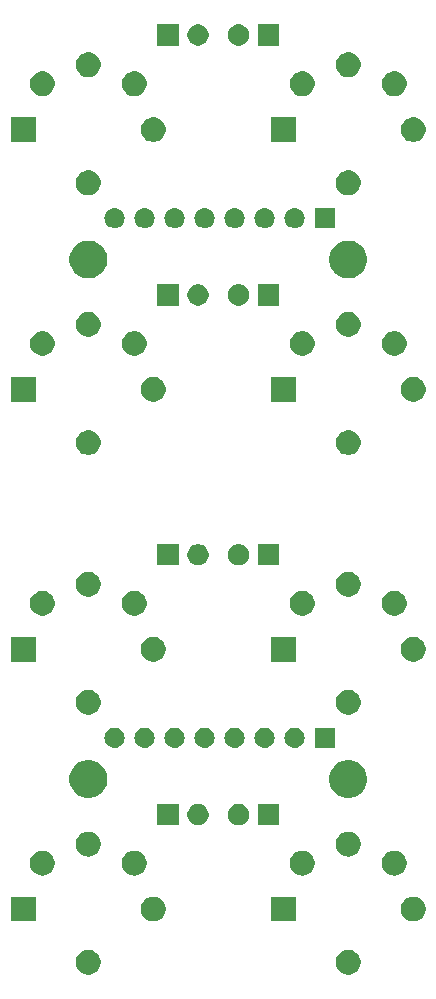
<source format=gbr>
G04 #@! TF.GenerationSoftware,KiCad,Pcbnew,5.0.2+dfsg1-1*
G04 #@! TF.CreationDate,2020-04-26T20:48:58+02:00*
G04 #@! TF.ProjectId,midirouter,6d696469-726f-4757-9465-722e6b696361,rev?*
G04 #@! TF.SameCoordinates,Original*
G04 #@! TF.FileFunction,Soldermask,Top*
G04 #@! TF.FilePolarity,Negative*
%FSLAX46Y46*%
G04 Gerber Fmt 4.6, Leading zero omitted, Abs format (unit mm)*
G04 Created by KiCad (PCBNEW 5.0.2+dfsg1-1) date Sun 26 Apr 2020 08:48:58 PM CEST*
%MOMM*%
%LPD*%
G01*
G04 APERTURE LIST*
%ADD10C,0.100000*%
G04 APERTURE END LIST*
D10*
G36*
X84125888Y-146454470D02*
X84306274Y-146490350D01*
X84497362Y-146569502D01*
X84669336Y-146684411D01*
X84815589Y-146830664D01*
X84930498Y-147002638D01*
X85009650Y-147193726D01*
X85050000Y-147396584D01*
X85050000Y-147603416D01*
X85009650Y-147806274D01*
X84930498Y-147997362D01*
X84815589Y-148169336D01*
X84669336Y-148315589D01*
X84497362Y-148430498D01*
X84306274Y-148509650D01*
X84125888Y-148545530D01*
X84103417Y-148550000D01*
X83896583Y-148550000D01*
X83874112Y-148545530D01*
X83693726Y-148509650D01*
X83502638Y-148430498D01*
X83330664Y-148315589D01*
X83184411Y-148169336D01*
X83069502Y-147997362D01*
X82990350Y-147806274D01*
X82950000Y-147603416D01*
X82950000Y-147396584D01*
X82990350Y-147193726D01*
X83069502Y-147002638D01*
X83184411Y-146830664D01*
X83330664Y-146684411D01*
X83502638Y-146569502D01*
X83693726Y-146490350D01*
X83874112Y-146454470D01*
X83896583Y-146450000D01*
X84103417Y-146450000D01*
X84125888Y-146454470D01*
X84125888Y-146454470D01*
G37*
G36*
X106125888Y-146454470D02*
X106306274Y-146490350D01*
X106497362Y-146569502D01*
X106669336Y-146684411D01*
X106815589Y-146830664D01*
X106930498Y-147002638D01*
X107009650Y-147193726D01*
X107050000Y-147396584D01*
X107050000Y-147603416D01*
X107009650Y-147806274D01*
X106930498Y-147997362D01*
X106815589Y-148169336D01*
X106669336Y-148315589D01*
X106497362Y-148430498D01*
X106306274Y-148509650D01*
X106125888Y-148545530D01*
X106103417Y-148550000D01*
X105896583Y-148550000D01*
X105874112Y-148545530D01*
X105693726Y-148509650D01*
X105502638Y-148430498D01*
X105330664Y-148315589D01*
X105184411Y-148169336D01*
X105069502Y-147997362D01*
X104990350Y-147806274D01*
X104950000Y-147603416D01*
X104950000Y-147396584D01*
X104990350Y-147193726D01*
X105069502Y-147002638D01*
X105184411Y-146830664D01*
X105330664Y-146684411D01*
X105502638Y-146569502D01*
X105693726Y-146490350D01*
X105874112Y-146454470D01*
X105896583Y-146450000D01*
X106103417Y-146450000D01*
X106125888Y-146454470D01*
X106125888Y-146454470D01*
G37*
G36*
X101550000Y-144050000D02*
X99450000Y-144050000D01*
X99450000Y-141950000D01*
X101550000Y-141950000D01*
X101550000Y-144050000D01*
X101550000Y-144050000D01*
G37*
G36*
X89625888Y-141954470D02*
X89806274Y-141990350D01*
X89997362Y-142069502D01*
X90169336Y-142184411D01*
X90315589Y-142330664D01*
X90430498Y-142502638D01*
X90509650Y-142693726D01*
X90550000Y-142896584D01*
X90550000Y-143103416D01*
X90509650Y-143306274D01*
X90430498Y-143497362D01*
X90315589Y-143669336D01*
X90169336Y-143815589D01*
X89997362Y-143930498D01*
X89806274Y-144009650D01*
X89625888Y-144045530D01*
X89603417Y-144050000D01*
X89396583Y-144050000D01*
X89374112Y-144045530D01*
X89193726Y-144009650D01*
X89002638Y-143930498D01*
X88830664Y-143815589D01*
X88684411Y-143669336D01*
X88569502Y-143497362D01*
X88490350Y-143306274D01*
X88450000Y-143103416D01*
X88450000Y-142896584D01*
X88490350Y-142693726D01*
X88569502Y-142502638D01*
X88684411Y-142330664D01*
X88830664Y-142184411D01*
X89002638Y-142069502D01*
X89193726Y-141990350D01*
X89374112Y-141954470D01*
X89396583Y-141950000D01*
X89603417Y-141950000D01*
X89625888Y-141954470D01*
X89625888Y-141954470D01*
G37*
G36*
X79550000Y-144050000D02*
X77450000Y-144050000D01*
X77450000Y-141950000D01*
X79550000Y-141950000D01*
X79550000Y-144050000D01*
X79550000Y-144050000D01*
G37*
G36*
X111625888Y-141954470D02*
X111806274Y-141990350D01*
X111997362Y-142069502D01*
X112169336Y-142184411D01*
X112315589Y-142330664D01*
X112430498Y-142502638D01*
X112509650Y-142693726D01*
X112550000Y-142896584D01*
X112550000Y-143103416D01*
X112509650Y-143306274D01*
X112430498Y-143497362D01*
X112315589Y-143669336D01*
X112169336Y-143815589D01*
X111997362Y-143930498D01*
X111806274Y-144009650D01*
X111625888Y-144045530D01*
X111603417Y-144050000D01*
X111396583Y-144050000D01*
X111374112Y-144045530D01*
X111193726Y-144009650D01*
X111002638Y-143930498D01*
X110830664Y-143815589D01*
X110684411Y-143669336D01*
X110569502Y-143497362D01*
X110490350Y-143306274D01*
X110450000Y-143103416D01*
X110450000Y-142896584D01*
X110490350Y-142693726D01*
X110569502Y-142502638D01*
X110684411Y-142330664D01*
X110830664Y-142184411D01*
X111002638Y-142069502D01*
X111193726Y-141990350D01*
X111374112Y-141954470D01*
X111396583Y-141950000D01*
X111603417Y-141950000D01*
X111625888Y-141954470D01*
X111625888Y-141954470D01*
G37*
G36*
X102235888Y-138064470D02*
X102416274Y-138100350D01*
X102607362Y-138179502D01*
X102779336Y-138294411D01*
X102925589Y-138440664D01*
X103040498Y-138612638D01*
X103119650Y-138803726D01*
X103160000Y-139006584D01*
X103160000Y-139213416D01*
X103119650Y-139416274D01*
X103040498Y-139607362D01*
X102925589Y-139779336D01*
X102779336Y-139925589D01*
X102607362Y-140040498D01*
X102416274Y-140119650D01*
X102235888Y-140155530D01*
X102213417Y-140160000D01*
X102006583Y-140160000D01*
X101984112Y-140155530D01*
X101803726Y-140119650D01*
X101612638Y-140040498D01*
X101440664Y-139925589D01*
X101294411Y-139779336D01*
X101179502Y-139607362D01*
X101100350Y-139416274D01*
X101060000Y-139213416D01*
X101060000Y-139006584D01*
X101100350Y-138803726D01*
X101179502Y-138612638D01*
X101294411Y-138440664D01*
X101440664Y-138294411D01*
X101612638Y-138179502D01*
X101803726Y-138100350D01*
X101984112Y-138064470D01*
X102006583Y-138060000D01*
X102213417Y-138060000D01*
X102235888Y-138064470D01*
X102235888Y-138064470D01*
G37*
G36*
X110015888Y-138064470D02*
X110196274Y-138100350D01*
X110387362Y-138179502D01*
X110559336Y-138294411D01*
X110705589Y-138440664D01*
X110820498Y-138612638D01*
X110899650Y-138803726D01*
X110940000Y-139006584D01*
X110940000Y-139213416D01*
X110899650Y-139416274D01*
X110820498Y-139607362D01*
X110705589Y-139779336D01*
X110559336Y-139925589D01*
X110387362Y-140040498D01*
X110196274Y-140119650D01*
X110015888Y-140155530D01*
X109993417Y-140160000D01*
X109786583Y-140160000D01*
X109764112Y-140155530D01*
X109583726Y-140119650D01*
X109392638Y-140040498D01*
X109220664Y-139925589D01*
X109074411Y-139779336D01*
X108959502Y-139607362D01*
X108880350Y-139416274D01*
X108840000Y-139213416D01*
X108840000Y-139006584D01*
X108880350Y-138803726D01*
X108959502Y-138612638D01*
X109074411Y-138440664D01*
X109220664Y-138294411D01*
X109392638Y-138179502D01*
X109583726Y-138100350D01*
X109764112Y-138064470D01*
X109786583Y-138060000D01*
X109993417Y-138060000D01*
X110015888Y-138064470D01*
X110015888Y-138064470D01*
G37*
G36*
X80235888Y-138064470D02*
X80416274Y-138100350D01*
X80607362Y-138179502D01*
X80779336Y-138294411D01*
X80925589Y-138440664D01*
X81040498Y-138612638D01*
X81119650Y-138803726D01*
X81160000Y-139006584D01*
X81160000Y-139213416D01*
X81119650Y-139416274D01*
X81040498Y-139607362D01*
X80925589Y-139779336D01*
X80779336Y-139925589D01*
X80607362Y-140040498D01*
X80416274Y-140119650D01*
X80235888Y-140155530D01*
X80213417Y-140160000D01*
X80006583Y-140160000D01*
X79984112Y-140155530D01*
X79803726Y-140119650D01*
X79612638Y-140040498D01*
X79440664Y-139925589D01*
X79294411Y-139779336D01*
X79179502Y-139607362D01*
X79100350Y-139416274D01*
X79060000Y-139213416D01*
X79060000Y-139006584D01*
X79100350Y-138803726D01*
X79179502Y-138612638D01*
X79294411Y-138440664D01*
X79440664Y-138294411D01*
X79612638Y-138179502D01*
X79803726Y-138100350D01*
X79984112Y-138064470D01*
X80006583Y-138060000D01*
X80213417Y-138060000D01*
X80235888Y-138064470D01*
X80235888Y-138064470D01*
G37*
G36*
X88015888Y-138064470D02*
X88196274Y-138100350D01*
X88387362Y-138179502D01*
X88559336Y-138294411D01*
X88705589Y-138440664D01*
X88820498Y-138612638D01*
X88899650Y-138803726D01*
X88940000Y-139006584D01*
X88940000Y-139213416D01*
X88899650Y-139416274D01*
X88820498Y-139607362D01*
X88705589Y-139779336D01*
X88559336Y-139925589D01*
X88387362Y-140040498D01*
X88196274Y-140119650D01*
X88015888Y-140155530D01*
X87993417Y-140160000D01*
X87786583Y-140160000D01*
X87764112Y-140155530D01*
X87583726Y-140119650D01*
X87392638Y-140040498D01*
X87220664Y-139925589D01*
X87074411Y-139779336D01*
X86959502Y-139607362D01*
X86880350Y-139416274D01*
X86840000Y-139213416D01*
X86840000Y-139006584D01*
X86880350Y-138803726D01*
X86959502Y-138612638D01*
X87074411Y-138440664D01*
X87220664Y-138294411D01*
X87392638Y-138179502D01*
X87583726Y-138100350D01*
X87764112Y-138064470D01*
X87786583Y-138060000D01*
X87993417Y-138060000D01*
X88015888Y-138064470D01*
X88015888Y-138064470D01*
G37*
G36*
X106125888Y-136454470D02*
X106306274Y-136490350D01*
X106497362Y-136569502D01*
X106669336Y-136684411D01*
X106815589Y-136830664D01*
X106930498Y-137002638D01*
X107009650Y-137193726D01*
X107050000Y-137396584D01*
X107050000Y-137603416D01*
X107009650Y-137806274D01*
X106930498Y-137997362D01*
X106815589Y-138169336D01*
X106669336Y-138315589D01*
X106497362Y-138430498D01*
X106306274Y-138509650D01*
X106125888Y-138545530D01*
X106103417Y-138550000D01*
X105896583Y-138550000D01*
X105874112Y-138545530D01*
X105693726Y-138509650D01*
X105502638Y-138430498D01*
X105330664Y-138315589D01*
X105184411Y-138169336D01*
X105069502Y-137997362D01*
X104990350Y-137806274D01*
X104950000Y-137603416D01*
X104950000Y-137396584D01*
X104990350Y-137193726D01*
X105069502Y-137002638D01*
X105184411Y-136830664D01*
X105330664Y-136684411D01*
X105502638Y-136569502D01*
X105693726Y-136490350D01*
X105874112Y-136454470D01*
X105896583Y-136450000D01*
X106103417Y-136450000D01*
X106125888Y-136454470D01*
X106125888Y-136454470D01*
G37*
G36*
X84125888Y-136454470D02*
X84306274Y-136490350D01*
X84497362Y-136569502D01*
X84669336Y-136684411D01*
X84815589Y-136830664D01*
X84930498Y-137002638D01*
X85009650Y-137193726D01*
X85050000Y-137396584D01*
X85050000Y-137603416D01*
X85009650Y-137806274D01*
X84930498Y-137997362D01*
X84815589Y-138169336D01*
X84669336Y-138315589D01*
X84497362Y-138430498D01*
X84306274Y-138509650D01*
X84125888Y-138545530D01*
X84103417Y-138550000D01*
X83896583Y-138550000D01*
X83874112Y-138545530D01*
X83693726Y-138509650D01*
X83502638Y-138430498D01*
X83330664Y-138315589D01*
X83184411Y-138169336D01*
X83069502Y-137997362D01*
X82990350Y-137806274D01*
X82950000Y-137603416D01*
X82950000Y-137396584D01*
X82990350Y-137193726D01*
X83069502Y-137002638D01*
X83184411Y-136830664D01*
X83330664Y-136684411D01*
X83502638Y-136569502D01*
X83693726Y-136490350D01*
X83874112Y-136454470D01*
X83896583Y-136450000D01*
X84103417Y-136450000D01*
X84125888Y-136454470D01*
X84125888Y-136454470D01*
G37*
G36*
X91650000Y-135900000D02*
X89850000Y-135900000D01*
X89850000Y-134100000D01*
X91650000Y-134100000D01*
X91650000Y-135900000D01*
X91650000Y-135900000D01*
G37*
G36*
X100150000Y-135900000D02*
X98350000Y-135900000D01*
X98350000Y-134100000D01*
X100150000Y-134100000D01*
X100150000Y-135900000D01*
X100150000Y-135900000D01*
G37*
G36*
X96972521Y-134134586D02*
X97136309Y-134202429D01*
X97283720Y-134300926D01*
X97409074Y-134426280D01*
X97507571Y-134573691D01*
X97575414Y-134737479D01*
X97610000Y-134911356D01*
X97610000Y-135088644D01*
X97575414Y-135262521D01*
X97507571Y-135426309D01*
X97409074Y-135573720D01*
X97283720Y-135699074D01*
X97136309Y-135797571D01*
X96972521Y-135865414D01*
X96798644Y-135900000D01*
X96621356Y-135900000D01*
X96447479Y-135865414D01*
X96283691Y-135797571D01*
X96136280Y-135699074D01*
X96010926Y-135573720D01*
X95912429Y-135426309D01*
X95844586Y-135262521D01*
X95810000Y-135088644D01*
X95810000Y-134911356D01*
X95844586Y-134737479D01*
X95912429Y-134573691D01*
X96010926Y-134426280D01*
X96136280Y-134300926D01*
X96283691Y-134202429D01*
X96447479Y-134134586D01*
X96621356Y-134100000D01*
X96798644Y-134100000D01*
X96972521Y-134134586D01*
X96972521Y-134134586D01*
G37*
G36*
X93552521Y-134134586D02*
X93716309Y-134202429D01*
X93863720Y-134300926D01*
X93989074Y-134426280D01*
X94087571Y-134573691D01*
X94155414Y-134737479D01*
X94190000Y-134911356D01*
X94190000Y-135088644D01*
X94155414Y-135262521D01*
X94087571Y-135426309D01*
X93989074Y-135573720D01*
X93863720Y-135699074D01*
X93716309Y-135797571D01*
X93552521Y-135865414D01*
X93378644Y-135900000D01*
X93201356Y-135900000D01*
X93027479Y-135865414D01*
X92863691Y-135797571D01*
X92716280Y-135699074D01*
X92590926Y-135573720D01*
X92492429Y-135426309D01*
X92424586Y-135262521D01*
X92390000Y-135088644D01*
X92390000Y-134911356D01*
X92424586Y-134737479D01*
X92492429Y-134573691D01*
X92590926Y-134426280D01*
X92716280Y-134300926D01*
X92863691Y-134202429D01*
X93027479Y-134134586D01*
X93201356Y-134100000D01*
X93378644Y-134100000D01*
X93552521Y-134134586D01*
X93552521Y-134134586D01*
G37*
G36*
X84466703Y-130461486D02*
X84757883Y-130582097D01*
X85019944Y-130757201D01*
X85242799Y-130980056D01*
X85417903Y-131242117D01*
X85538514Y-131533297D01*
X85600000Y-131842412D01*
X85600000Y-132157588D01*
X85538514Y-132466703D01*
X85417903Y-132757883D01*
X85242799Y-133019944D01*
X85019944Y-133242799D01*
X84757883Y-133417903D01*
X84466703Y-133538514D01*
X84157588Y-133600000D01*
X83842412Y-133600000D01*
X83533297Y-133538514D01*
X83242117Y-133417903D01*
X82980056Y-133242799D01*
X82757201Y-133019944D01*
X82582097Y-132757883D01*
X82461486Y-132466703D01*
X82400000Y-132157588D01*
X82400000Y-131842412D01*
X82461486Y-131533297D01*
X82582097Y-131242117D01*
X82757201Y-130980056D01*
X82980056Y-130757201D01*
X83242117Y-130582097D01*
X83533297Y-130461486D01*
X83842412Y-130400000D01*
X84157588Y-130400000D01*
X84466703Y-130461486D01*
X84466703Y-130461486D01*
G37*
G36*
X106466703Y-130461486D02*
X106757883Y-130582097D01*
X107019944Y-130757201D01*
X107242799Y-130980056D01*
X107417903Y-131242117D01*
X107538514Y-131533297D01*
X107600000Y-131842412D01*
X107600000Y-132157588D01*
X107538514Y-132466703D01*
X107417903Y-132757883D01*
X107242799Y-133019944D01*
X107019944Y-133242799D01*
X106757883Y-133417903D01*
X106466703Y-133538514D01*
X106157588Y-133600000D01*
X105842412Y-133600000D01*
X105533297Y-133538514D01*
X105242117Y-133417903D01*
X104980056Y-133242799D01*
X104757201Y-133019944D01*
X104582097Y-132757883D01*
X104461486Y-132466703D01*
X104400000Y-132157588D01*
X104400000Y-131842412D01*
X104461486Y-131533297D01*
X104582097Y-131242117D01*
X104757201Y-130980056D01*
X104980056Y-130757201D01*
X105242117Y-130582097D01*
X105533297Y-130461486D01*
X105842412Y-130400000D01*
X106157588Y-130400000D01*
X106466703Y-130461486D01*
X106466703Y-130461486D01*
G37*
G36*
X104850000Y-129350000D02*
X103150000Y-129350000D01*
X103150000Y-127650000D01*
X104850000Y-127650000D01*
X104850000Y-129350000D01*
X104850000Y-129350000D01*
G37*
G36*
X101626630Y-127662299D02*
X101786855Y-127710903D01*
X101934520Y-127789831D01*
X102063949Y-127896051D01*
X102170169Y-128025480D01*
X102249097Y-128173145D01*
X102297701Y-128333370D01*
X102314112Y-128500000D01*
X102297701Y-128666630D01*
X102249097Y-128826855D01*
X102170169Y-128974520D01*
X102063949Y-129103949D01*
X101934520Y-129210169D01*
X101786855Y-129289097D01*
X101626630Y-129337701D01*
X101501752Y-129350000D01*
X101418248Y-129350000D01*
X101293370Y-129337701D01*
X101133145Y-129289097D01*
X100985480Y-129210169D01*
X100856051Y-129103949D01*
X100749831Y-128974520D01*
X100670903Y-128826855D01*
X100622299Y-128666630D01*
X100605888Y-128500000D01*
X100622299Y-128333370D01*
X100670903Y-128173145D01*
X100749831Y-128025480D01*
X100856051Y-127896051D01*
X100985480Y-127789831D01*
X101133145Y-127710903D01*
X101293370Y-127662299D01*
X101418248Y-127650000D01*
X101501752Y-127650000D01*
X101626630Y-127662299D01*
X101626630Y-127662299D01*
G37*
G36*
X99086630Y-127662299D02*
X99246855Y-127710903D01*
X99394520Y-127789831D01*
X99523949Y-127896051D01*
X99630169Y-128025480D01*
X99709097Y-128173145D01*
X99757701Y-128333370D01*
X99774112Y-128500000D01*
X99757701Y-128666630D01*
X99709097Y-128826855D01*
X99630169Y-128974520D01*
X99523949Y-129103949D01*
X99394520Y-129210169D01*
X99246855Y-129289097D01*
X99086630Y-129337701D01*
X98961752Y-129350000D01*
X98878248Y-129350000D01*
X98753370Y-129337701D01*
X98593145Y-129289097D01*
X98445480Y-129210169D01*
X98316051Y-129103949D01*
X98209831Y-128974520D01*
X98130903Y-128826855D01*
X98082299Y-128666630D01*
X98065888Y-128500000D01*
X98082299Y-128333370D01*
X98130903Y-128173145D01*
X98209831Y-128025480D01*
X98316051Y-127896051D01*
X98445480Y-127789831D01*
X98593145Y-127710903D01*
X98753370Y-127662299D01*
X98878248Y-127650000D01*
X98961752Y-127650000D01*
X99086630Y-127662299D01*
X99086630Y-127662299D01*
G37*
G36*
X96546630Y-127662299D02*
X96706855Y-127710903D01*
X96854520Y-127789831D01*
X96983949Y-127896051D01*
X97090169Y-128025480D01*
X97169097Y-128173145D01*
X97217701Y-128333370D01*
X97234112Y-128500000D01*
X97217701Y-128666630D01*
X97169097Y-128826855D01*
X97090169Y-128974520D01*
X96983949Y-129103949D01*
X96854520Y-129210169D01*
X96706855Y-129289097D01*
X96546630Y-129337701D01*
X96421752Y-129350000D01*
X96338248Y-129350000D01*
X96213370Y-129337701D01*
X96053145Y-129289097D01*
X95905480Y-129210169D01*
X95776051Y-129103949D01*
X95669831Y-128974520D01*
X95590903Y-128826855D01*
X95542299Y-128666630D01*
X95525888Y-128500000D01*
X95542299Y-128333370D01*
X95590903Y-128173145D01*
X95669831Y-128025480D01*
X95776051Y-127896051D01*
X95905480Y-127789831D01*
X96053145Y-127710903D01*
X96213370Y-127662299D01*
X96338248Y-127650000D01*
X96421752Y-127650000D01*
X96546630Y-127662299D01*
X96546630Y-127662299D01*
G37*
G36*
X91466630Y-127662299D02*
X91626855Y-127710903D01*
X91774520Y-127789831D01*
X91903949Y-127896051D01*
X92010169Y-128025480D01*
X92089097Y-128173145D01*
X92137701Y-128333370D01*
X92154112Y-128500000D01*
X92137701Y-128666630D01*
X92089097Y-128826855D01*
X92010169Y-128974520D01*
X91903949Y-129103949D01*
X91774520Y-129210169D01*
X91626855Y-129289097D01*
X91466630Y-129337701D01*
X91341752Y-129350000D01*
X91258248Y-129350000D01*
X91133370Y-129337701D01*
X90973145Y-129289097D01*
X90825480Y-129210169D01*
X90696051Y-129103949D01*
X90589831Y-128974520D01*
X90510903Y-128826855D01*
X90462299Y-128666630D01*
X90445888Y-128500000D01*
X90462299Y-128333370D01*
X90510903Y-128173145D01*
X90589831Y-128025480D01*
X90696051Y-127896051D01*
X90825480Y-127789831D01*
X90973145Y-127710903D01*
X91133370Y-127662299D01*
X91258248Y-127650000D01*
X91341752Y-127650000D01*
X91466630Y-127662299D01*
X91466630Y-127662299D01*
G37*
G36*
X88926630Y-127662299D02*
X89086855Y-127710903D01*
X89234520Y-127789831D01*
X89363949Y-127896051D01*
X89470169Y-128025480D01*
X89549097Y-128173145D01*
X89597701Y-128333370D01*
X89614112Y-128500000D01*
X89597701Y-128666630D01*
X89549097Y-128826855D01*
X89470169Y-128974520D01*
X89363949Y-129103949D01*
X89234520Y-129210169D01*
X89086855Y-129289097D01*
X88926630Y-129337701D01*
X88801752Y-129350000D01*
X88718248Y-129350000D01*
X88593370Y-129337701D01*
X88433145Y-129289097D01*
X88285480Y-129210169D01*
X88156051Y-129103949D01*
X88049831Y-128974520D01*
X87970903Y-128826855D01*
X87922299Y-128666630D01*
X87905888Y-128500000D01*
X87922299Y-128333370D01*
X87970903Y-128173145D01*
X88049831Y-128025480D01*
X88156051Y-127896051D01*
X88285480Y-127789831D01*
X88433145Y-127710903D01*
X88593370Y-127662299D01*
X88718248Y-127650000D01*
X88801752Y-127650000D01*
X88926630Y-127662299D01*
X88926630Y-127662299D01*
G37*
G36*
X86386630Y-127662299D02*
X86546855Y-127710903D01*
X86694520Y-127789831D01*
X86823949Y-127896051D01*
X86930169Y-128025480D01*
X87009097Y-128173145D01*
X87057701Y-128333370D01*
X87074112Y-128500000D01*
X87057701Y-128666630D01*
X87009097Y-128826855D01*
X86930169Y-128974520D01*
X86823949Y-129103949D01*
X86694520Y-129210169D01*
X86546855Y-129289097D01*
X86386630Y-129337701D01*
X86261752Y-129350000D01*
X86178248Y-129350000D01*
X86053370Y-129337701D01*
X85893145Y-129289097D01*
X85745480Y-129210169D01*
X85616051Y-129103949D01*
X85509831Y-128974520D01*
X85430903Y-128826855D01*
X85382299Y-128666630D01*
X85365888Y-128500000D01*
X85382299Y-128333370D01*
X85430903Y-128173145D01*
X85509831Y-128025480D01*
X85616051Y-127896051D01*
X85745480Y-127789831D01*
X85893145Y-127710903D01*
X86053370Y-127662299D01*
X86178248Y-127650000D01*
X86261752Y-127650000D01*
X86386630Y-127662299D01*
X86386630Y-127662299D01*
G37*
G36*
X94006630Y-127662299D02*
X94166855Y-127710903D01*
X94314520Y-127789831D01*
X94443949Y-127896051D01*
X94550169Y-128025480D01*
X94629097Y-128173145D01*
X94677701Y-128333370D01*
X94694112Y-128500000D01*
X94677701Y-128666630D01*
X94629097Y-128826855D01*
X94550169Y-128974520D01*
X94443949Y-129103949D01*
X94314520Y-129210169D01*
X94166855Y-129289097D01*
X94006630Y-129337701D01*
X93881752Y-129350000D01*
X93798248Y-129350000D01*
X93673370Y-129337701D01*
X93513145Y-129289097D01*
X93365480Y-129210169D01*
X93236051Y-129103949D01*
X93129831Y-128974520D01*
X93050903Y-128826855D01*
X93002299Y-128666630D01*
X92985888Y-128500000D01*
X93002299Y-128333370D01*
X93050903Y-128173145D01*
X93129831Y-128025480D01*
X93236051Y-127896051D01*
X93365480Y-127789831D01*
X93513145Y-127710903D01*
X93673370Y-127662299D01*
X93798248Y-127650000D01*
X93881752Y-127650000D01*
X94006630Y-127662299D01*
X94006630Y-127662299D01*
G37*
G36*
X84125888Y-124454470D02*
X84306274Y-124490350D01*
X84497362Y-124569502D01*
X84669336Y-124684411D01*
X84815589Y-124830664D01*
X84930498Y-125002638D01*
X85009650Y-125193726D01*
X85050000Y-125396584D01*
X85050000Y-125603416D01*
X85009650Y-125806274D01*
X84930498Y-125997362D01*
X84815589Y-126169336D01*
X84669336Y-126315589D01*
X84497362Y-126430498D01*
X84306274Y-126509650D01*
X84125888Y-126545530D01*
X84103417Y-126550000D01*
X83896583Y-126550000D01*
X83874112Y-126545530D01*
X83693726Y-126509650D01*
X83502638Y-126430498D01*
X83330664Y-126315589D01*
X83184411Y-126169336D01*
X83069502Y-125997362D01*
X82990350Y-125806274D01*
X82950000Y-125603416D01*
X82950000Y-125396584D01*
X82990350Y-125193726D01*
X83069502Y-125002638D01*
X83184411Y-124830664D01*
X83330664Y-124684411D01*
X83502638Y-124569502D01*
X83693726Y-124490350D01*
X83874112Y-124454470D01*
X83896583Y-124450000D01*
X84103417Y-124450000D01*
X84125888Y-124454470D01*
X84125888Y-124454470D01*
G37*
G36*
X106125888Y-124454470D02*
X106306274Y-124490350D01*
X106497362Y-124569502D01*
X106669336Y-124684411D01*
X106815589Y-124830664D01*
X106930498Y-125002638D01*
X107009650Y-125193726D01*
X107050000Y-125396584D01*
X107050000Y-125603416D01*
X107009650Y-125806274D01*
X106930498Y-125997362D01*
X106815589Y-126169336D01*
X106669336Y-126315589D01*
X106497362Y-126430498D01*
X106306274Y-126509650D01*
X106125888Y-126545530D01*
X106103417Y-126550000D01*
X105896583Y-126550000D01*
X105874112Y-126545530D01*
X105693726Y-126509650D01*
X105502638Y-126430498D01*
X105330664Y-126315589D01*
X105184411Y-126169336D01*
X105069502Y-125997362D01*
X104990350Y-125806274D01*
X104950000Y-125603416D01*
X104950000Y-125396584D01*
X104990350Y-125193726D01*
X105069502Y-125002638D01*
X105184411Y-124830664D01*
X105330664Y-124684411D01*
X105502638Y-124569502D01*
X105693726Y-124490350D01*
X105874112Y-124454470D01*
X105896583Y-124450000D01*
X106103417Y-124450000D01*
X106125888Y-124454470D01*
X106125888Y-124454470D01*
G37*
G36*
X89625888Y-119954470D02*
X89806274Y-119990350D01*
X89997362Y-120069502D01*
X90169336Y-120184411D01*
X90315589Y-120330664D01*
X90430498Y-120502638D01*
X90509650Y-120693726D01*
X90550000Y-120896584D01*
X90550000Y-121103416D01*
X90509650Y-121306274D01*
X90430498Y-121497362D01*
X90315589Y-121669336D01*
X90169336Y-121815589D01*
X89997362Y-121930498D01*
X89806274Y-122009650D01*
X89625888Y-122045530D01*
X89603417Y-122050000D01*
X89396583Y-122050000D01*
X89374112Y-122045530D01*
X89193726Y-122009650D01*
X89002638Y-121930498D01*
X88830664Y-121815589D01*
X88684411Y-121669336D01*
X88569502Y-121497362D01*
X88490350Y-121306274D01*
X88450000Y-121103416D01*
X88450000Y-120896584D01*
X88490350Y-120693726D01*
X88569502Y-120502638D01*
X88684411Y-120330664D01*
X88830664Y-120184411D01*
X89002638Y-120069502D01*
X89193726Y-119990350D01*
X89374112Y-119954470D01*
X89396583Y-119950000D01*
X89603417Y-119950000D01*
X89625888Y-119954470D01*
X89625888Y-119954470D01*
G37*
G36*
X79550000Y-122050000D02*
X77450000Y-122050000D01*
X77450000Y-119950000D01*
X79550000Y-119950000D01*
X79550000Y-122050000D01*
X79550000Y-122050000D01*
G37*
G36*
X111625888Y-119954470D02*
X111806274Y-119990350D01*
X111997362Y-120069502D01*
X112169336Y-120184411D01*
X112315589Y-120330664D01*
X112430498Y-120502638D01*
X112509650Y-120693726D01*
X112550000Y-120896584D01*
X112550000Y-121103416D01*
X112509650Y-121306274D01*
X112430498Y-121497362D01*
X112315589Y-121669336D01*
X112169336Y-121815589D01*
X111997362Y-121930498D01*
X111806274Y-122009650D01*
X111625888Y-122045530D01*
X111603417Y-122050000D01*
X111396583Y-122050000D01*
X111374112Y-122045530D01*
X111193726Y-122009650D01*
X111002638Y-121930498D01*
X110830664Y-121815589D01*
X110684411Y-121669336D01*
X110569502Y-121497362D01*
X110490350Y-121306274D01*
X110450000Y-121103416D01*
X110450000Y-120896584D01*
X110490350Y-120693726D01*
X110569502Y-120502638D01*
X110684411Y-120330664D01*
X110830664Y-120184411D01*
X111002638Y-120069502D01*
X111193726Y-119990350D01*
X111374112Y-119954470D01*
X111396583Y-119950000D01*
X111603417Y-119950000D01*
X111625888Y-119954470D01*
X111625888Y-119954470D01*
G37*
G36*
X101550000Y-122050000D02*
X99450000Y-122050000D01*
X99450000Y-119950000D01*
X101550000Y-119950000D01*
X101550000Y-122050000D01*
X101550000Y-122050000D01*
G37*
G36*
X110015888Y-116064470D02*
X110196274Y-116100350D01*
X110387362Y-116179502D01*
X110559336Y-116294411D01*
X110705589Y-116440664D01*
X110820498Y-116612638D01*
X110899650Y-116803726D01*
X110940000Y-117006584D01*
X110940000Y-117213416D01*
X110899650Y-117416274D01*
X110820498Y-117607362D01*
X110705589Y-117779336D01*
X110559336Y-117925589D01*
X110387362Y-118040498D01*
X110196274Y-118119650D01*
X110015888Y-118155530D01*
X109993417Y-118160000D01*
X109786583Y-118160000D01*
X109764112Y-118155530D01*
X109583726Y-118119650D01*
X109392638Y-118040498D01*
X109220664Y-117925589D01*
X109074411Y-117779336D01*
X108959502Y-117607362D01*
X108880350Y-117416274D01*
X108840000Y-117213416D01*
X108840000Y-117006584D01*
X108880350Y-116803726D01*
X108959502Y-116612638D01*
X109074411Y-116440664D01*
X109220664Y-116294411D01*
X109392638Y-116179502D01*
X109583726Y-116100350D01*
X109764112Y-116064470D01*
X109786583Y-116060000D01*
X109993417Y-116060000D01*
X110015888Y-116064470D01*
X110015888Y-116064470D01*
G37*
G36*
X80235888Y-116064470D02*
X80416274Y-116100350D01*
X80607362Y-116179502D01*
X80779336Y-116294411D01*
X80925589Y-116440664D01*
X81040498Y-116612638D01*
X81119650Y-116803726D01*
X81160000Y-117006584D01*
X81160000Y-117213416D01*
X81119650Y-117416274D01*
X81040498Y-117607362D01*
X80925589Y-117779336D01*
X80779336Y-117925589D01*
X80607362Y-118040498D01*
X80416274Y-118119650D01*
X80235888Y-118155530D01*
X80213417Y-118160000D01*
X80006583Y-118160000D01*
X79984112Y-118155530D01*
X79803726Y-118119650D01*
X79612638Y-118040498D01*
X79440664Y-117925589D01*
X79294411Y-117779336D01*
X79179502Y-117607362D01*
X79100350Y-117416274D01*
X79060000Y-117213416D01*
X79060000Y-117006584D01*
X79100350Y-116803726D01*
X79179502Y-116612638D01*
X79294411Y-116440664D01*
X79440664Y-116294411D01*
X79612638Y-116179502D01*
X79803726Y-116100350D01*
X79984112Y-116064470D01*
X80006583Y-116060000D01*
X80213417Y-116060000D01*
X80235888Y-116064470D01*
X80235888Y-116064470D01*
G37*
G36*
X88015888Y-116064470D02*
X88196274Y-116100350D01*
X88387362Y-116179502D01*
X88559336Y-116294411D01*
X88705589Y-116440664D01*
X88820498Y-116612638D01*
X88899650Y-116803726D01*
X88940000Y-117006584D01*
X88940000Y-117213416D01*
X88899650Y-117416274D01*
X88820498Y-117607362D01*
X88705589Y-117779336D01*
X88559336Y-117925589D01*
X88387362Y-118040498D01*
X88196274Y-118119650D01*
X88015888Y-118155530D01*
X87993417Y-118160000D01*
X87786583Y-118160000D01*
X87764112Y-118155530D01*
X87583726Y-118119650D01*
X87392638Y-118040498D01*
X87220664Y-117925589D01*
X87074411Y-117779336D01*
X86959502Y-117607362D01*
X86880350Y-117416274D01*
X86840000Y-117213416D01*
X86840000Y-117006584D01*
X86880350Y-116803726D01*
X86959502Y-116612638D01*
X87074411Y-116440664D01*
X87220664Y-116294411D01*
X87392638Y-116179502D01*
X87583726Y-116100350D01*
X87764112Y-116064470D01*
X87786583Y-116060000D01*
X87993417Y-116060000D01*
X88015888Y-116064470D01*
X88015888Y-116064470D01*
G37*
G36*
X102235888Y-116064470D02*
X102416274Y-116100350D01*
X102607362Y-116179502D01*
X102779336Y-116294411D01*
X102925589Y-116440664D01*
X103040498Y-116612638D01*
X103119650Y-116803726D01*
X103160000Y-117006584D01*
X103160000Y-117213416D01*
X103119650Y-117416274D01*
X103040498Y-117607362D01*
X102925589Y-117779336D01*
X102779336Y-117925589D01*
X102607362Y-118040498D01*
X102416274Y-118119650D01*
X102235888Y-118155530D01*
X102213417Y-118160000D01*
X102006583Y-118160000D01*
X101984112Y-118155530D01*
X101803726Y-118119650D01*
X101612638Y-118040498D01*
X101440664Y-117925589D01*
X101294411Y-117779336D01*
X101179502Y-117607362D01*
X101100350Y-117416274D01*
X101060000Y-117213416D01*
X101060000Y-117006584D01*
X101100350Y-116803726D01*
X101179502Y-116612638D01*
X101294411Y-116440664D01*
X101440664Y-116294411D01*
X101612638Y-116179502D01*
X101803726Y-116100350D01*
X101984112Y-116064470D01*
X102006583Y-116060000D01*
X102213417Y-116060000D01*
X102235888Y-116064470D01*
X102235888Y-116064470D01*
G37*
G36*
X106125888Y-114454470D02*
X106306274Y-114490350D01*
X106497362Y-114569502D01*
X106669336Y-114684411D01*
X106815589Y-114830664D01*
X106930498Y-115002638D01*
X107009650Y-115193726D01*
X107050000Y-115396584D01*
X107050000Y-115603416D01*
X107009650Y-115806274D01*
X106930498Y-115997362D01*
X106815589Y-116169336D01*
X106669336Y-116315589D01*
X106497362Y-116430498D01*
X106306274Y-116509650D01*
X106125888Y-116545530D01*
X106103417Y-116550000D01*
X105896583Y-116550000D01*
X105874112Y-116545530D01*
X105693726Y-116509650D01*
X105502638Y-116430498D01*
X105330664Y-116315589D01*
X105184411Y-116169336D01*
X105069502Y-115997362D01*
X104990350Y-115806274D01*
X104950000Y-115603416D01*
X104950000Y-115396584D01*
X104990350Y-115193726D01*
X105069502Y-115002638D01*
X105184411Y-114830664D01*
X105330664Y-114684411D01*
X105502638Y-114569502D01*
X105693726Y-114490350D01*
X105874112Y-114454470D01*
X105896583Y-114450000D01*
X106103417Y-114450000D01*
X106125888Y-114454470D01*
X106125888Y-114454470D01*
G37*
G36*
X84125888Y-114454470D02*
X84306274Y-114490350D01*
X84497362Y-114569502D01*
X84669336Y-114684411D01*
X84815589Y-114830664D01*
X84930498Y-115002638D01*
X85009650Y-115193726D01*
X85050000Y-115396584D01*
X85050000Y-115603416D01*
X85009650Y-115806274D01*
X84930498Y-115997362D01*
X84815589Y-116169336D01*
X84669336Y-116315589D01*
X84497362Y-116430498D01*
X84306274Y-116509650D01*
X84125888Y-116545530D01*
X84103417Y-116550000D01*
X83896583Y-116550000D01*
X83874112Y-116545530D01*
X83693726Y-116509650D01*
X83502638Y-116430498D01*
X83330664Y-116315589D01*
X83184411Y-116169336D01*
X83069502Y-115997362D01*
X82990350Y-115806274D01*
X82950000Y-115603416D01*
X82950000Y-115396584D01*
X82990350Y-115193726D01*
X83069502Y-115002638D01*
X83184411Y-114830664D01*
X83330664Y-114684411D01*
X83502638Y-114569502D01*
X83693726Y-114490350D01*
X83874112Y-114454470D01*
X83896583Y-114450000D01*
X84103417Y-114450000D01*
X84125888Y-114454470D01*
X84125888Y-114454470D01*
G37*
G36*
X91650000Y-113900000D02*
X89850000Y-113900000D01*
X89850000Y-112100000D01*
X91650000Y-112100000D01*
X91650000Y-113900000D01*
X91650000Y-113900000D01*
G37*
G36*
X93552521Y-112134586D02*
X93716309Y-112202429D01*
X93863720Y-112300926D01*
X93989074Y-112426280D01*
X94087571Y-112573691D01*
X94155414Y-112737479D01*
X94190000Y-112911356D01*
X94190000Y-113088644D01*
X94155414Y-113262521D01*
X94087571Y-113426309D01*
X93989074Y-113573720D01*
X93863720Y-113699074D01*
X93716309Y-113797571D01*
X93552521Y-113865414D01*
X93378644Y-113900000D01*
X93201356Y-113900000D01*
X93027479Y-113865414D01*
X92863691Y-113797571D01*
X92716280Y-113699074D01*
X92590926Y-113573720D01*
X92492429Y-113426309D01*
X92424586Y-113262521D01*
X92390000Y-113088644D01*
X92390000Y-112911356D01*
X92424586Y-112737479D01*
X92492429Y-112573691D01*
X92590926Y-112426280D01*
X92716280Y-112300926D01*
X92863691Y-112202429D01*
X93027479Y-112134586D01*
X93201356Y-112100000D01*
X93378644Y-112100000D01*
X93552521Y-112134586D01*
X93552521Y-112134586D01*
G37*
G36*
X100150000Y-113900000D02*
X98350000Y-113900000D01*
X98350000Y-112100000D01*
X100150000Y-112100000D01*
X100150000Y-113900000D01*
X100150000Y-113900000D01*
G37*
G36*
X96972521Y-112134586D02*
X97136309Y-112202429D01*
X97283720Y-112300926D01*
X97409074Y-112426280D01*
X97507571Y-112573691D01*
X97575414Y-112737479D01*
X97610000Y-112911356D01*
X97610000Y-113088644D01*
X97575414Y-113262521D01*
X97507571Y-113426309D01*
X97409074Y-113573720D01*
X97283720Y-113699074D01*
X97136309Y-113797571D01*
X96972521Y-113865414D01*
X96798644Y-113900000D01*
X96621356Y-113900000D01*
X96447479Y-113865414D01*
X96283691Y-113797571D01*
X96136280Y-113699074D01*
X96010926Y-113573720D01*
X95912429Y-113426309D01*
X95844586Y-113262521D01*
X95810000Y-113088644D01*
X95810000Y-112911356D01*
X95844586Y-112737479D01*
X95912429Y-112573691D01*
X96010926Y-112426280D01*
X96136280Y-112300926D01*
X96283691Y-112202429D01*
X96447479Y-112134586D01*
X96621356Y-112100000D01*
X96798644Y-112100000D01*
X96972521Y-112134586D01*
X96972521Y-112134586D01*
G37*
G36*
X84125888Y-102454470D02*
X84306274Y-102490350D01*
X84497362Y-102569502D01*
X84669336Y-102684411D01*
X84815589Y-102830664D01*
X84930498Y-103002638D01*
X85009650Y-103193726D01*
X85050000Y-103396584D01*
X85050000Y-103603416D01*
X85009650Y-103806274D01*
X84930498Y-103997362D01*
X84815589Y-104169336D01*
X84669336Y-104315589D01*
X84497362Y-104430498D01*
X84306274Y-104509650D01*
X84125888Y-104545530D01*
X84103417Y-104550000D01*
X83896583Y-104550000D01*
X83874112Y-104545530D01*
X83693726Y-104509650D01*
X83502638Y-104430498D01*
X83330664Y-104315589D01*
X83184411Y-104169336D01*
X83069502Y-103997362D01*
X82990350Y-103806274D01*
X82950000Y-103603416D01*
X82950000Y-103396584D01*
X82990350Y-103193726D01*
X83069502Y-103002638D01*
X83184411Y-102830664D01*
X83330664Y-102684411D01*
X83502638Y-102569502D01*
X83693726Y-102490350D01*
X83874112Y-102454470D01*
X83896583Y-102450000D01*
X84103417Y-102450000D01*
X84125888Y-102454470D01*
X84125888Y-102454470D01*
G37*
G36*
X106125888Y-102454470D02*
X106306274Y-102490350D01*
X106497362Y-102569502D01*
X106669336Y-102684411D01*
X106815589Y-102830664D01*
X106930498Y-103002638D01*
X107009650Y-103193726D01*
X107050000Y-103396584D01*
X107050000Y-103603416D01*
X107009650Y-103806274D01*
X106930498Y-103997362D01*
X106815589Y-104169336D01*
X106669336Y-104315589D01*
X106497362Y-104430498D01*
X106306274Y-104509650D01*
X106125888Y-104545530D01*
X106103417Y-104550000D01*
X105896583Y-104550000D01*
X105874112Y-104545530D01*
X105693726Y-104509650D01*
X105502638Y-104430498D01*
X105330664Y-104315589D01*
X105184411Y-104169336D01*
X105069502Y-103997362D01*
X104990350Y-103806274D01*
X104950000Y-103603416D01*
X104950000Y-103396584D01*
X104990350Y-103193726D01*
X105069502Y-103002638D01*
X105184411Y-102830664D01*
X105330664Y-102684411D01*
X105502638Y-102569502D01*
X105693726Y-102490350D01*
X105874112Y-102454470D01*
X105896583Y-102450000D01*
X106103417Y-102450000D01*
X106125888Y-102454470D01*
X106125888Y-102454470D01*
G37*
G36*
X101550000Y-100050000D02*
X99450000Y-100050000D01*
X99450000Y-97950000D01*
X101550000Y-97950000D01*
X101550000Y-100050000D01*
X101550000Y-100050000D01*
G37*
G36*
X79550000Y-100050000D02*
X77450000Y-100050000D01*
X77450000Y-97950000D01*
X79550000Y-97950000D01*
X79550000Y-100050000D01*
X79550000Y-100050000D01*
G37*
G36*
X111625888Y-97954470D02*
X111806274Y-97990350D01*
X111997362Y-98069502D01*
X112169336Y-98184411D01*
X112315589Y-98330664D01*
X112430498Y-98502638D01*
X112509650Y-98693726D01*
X112550000Y-98896584D01*
X112550000Y-99103416D01*
X112509650Y-99306274D01*
X112430498Y-99497362D01*
X112315589Y-99669336D01*
X112169336Y-99815589D01*
X111997362Y-99930498D01*
X111806274Y-100009650D01*
X111625888Y-100045530D01*
X111603417Y-100050000D01*
X111396583Y-100050000D01*
X111374112Y-100045530D01*
X111193726Y-100009650D01*
X111002638Y-99930498D01*
X110830664Y-99815589D01*
X110684411Y-99669336D01*
X110569502Y-99497362D01*
X110490350Y-99306274D01*
X110450000Y-99103416D01*
X110450000Y-98896584D01*
X110490350Y-98693726D01*
X110569502Y-98502638D01*
X110684411Y-98330664D01*
X110830664Y-98184411D01*
X111002638Y-98069502D01*
X111193726Y-97990350D01*
X111374112Y-97954470D01*
X111396583Y-97950000D01*
X111603417Y-97950000D01*
X111625888Y-97954470D01*
X111625888Y-97954470D01*
G37*
G36*
X89625888Y-97954470D02*
X89806274Y-97990350D01*
X89997362Y-98069502D01*
X90169336Y-98184411D01*
X90315589Y-98330664D01*
X90430498Y-98502638D01*
X90509650Y-98693726D01*
X90550000Y-98896584D01*
X90550000Y-99103416D01*
X90509650Y-99306274D01*
X90430498Y-99497362D01*
X90315589Y-99669336D01*
X90169336Y-99815589D01*
X89997362Y-99930498D01*
X89806274Y-100009650D01*
X89625888Y-100045530D01*
X89603417Y-100050000D01*
X89396583Y-100050000D01*
X89374112Y-100045530D01*
X89193726Y-100009650D01*
X89002638Y-99930498D01*
X88830664Y-99815589D01*
X88684411Y-99669336D01*
X88569502Y-99497362D01*
X88490350Y-99306274D01*
X88450000Y-99103416D01*
X88450000Y-98896584D01*
X88490350Y-98693726D01*
X88569502Y-98502638D01*
X88684411Y-98330664D01*
X88830664Y-98184411D01*
X89002638Y-98069502D01*
X89193726Y-97990350D01*
X89374112Y-97954470D01*
X89396583Y-97950000D01*
X89603417Y-97950000D01*
X89625888Y-97954470D01*
X89625888Y-97954470D01*
G37*
G36*
X88015888Y-94064470D02*
X88196274Y-94100350D01*
X88387362Y-94179502D01*
X88559336Y-94294411D01*
X88705589Y-94440664D01*
X88820498Y-94612638D01*
X88899650Y-94803726D01*
X88940000Y-95006584D01*
X88940000Y-95213416D01*
X88899650Y-95416274D01*
X88820498Y-95607362D01*
X88705589Y-95779336D01*
X88559336Y-95925589D01*
X88387362Y-96040498D01*
X88196274Y-96119650D01*
X88015888Y-96155530D01*
X87993417Y-96160000D01*
X87786583Y-96160000D01*
X87764112Y-96155530D01*
X87583726Y-96119650D01*
X87392638Y-96040498D01*
X87220664Y-95925589D01*
X87074411Y-95779336D01*
X86959502Y-95607362D01*
X86880350Y-95416274D01*
X86840000Y-95213416D01*
X86840000Y-95006584D01*
X86880350Y-94803726D01*
X86959502Y-94612638D01*
X87074411Y-94440664D01*
X87220664Y-94294411D01*
X87392638Y-94179502D01*
X87583726Y-94100350D01*
X87764112Y-94064470D01*
X87786583Y-94060000D01*
X87993417Y-94060000D01*
X88015888Y-94064470D01*
X88015888Y-94064470D01*
G37*
G36*
X80235888Y-94064470D02*
X80416274Y-94100350D01*
X80607362Y-94179502D01*
X80779336Y-94294411D01*
X80925589Y-94440664D01*
X81040498Y-94612638D01*
X81119650Y-94803726D01*
X81160000Y-95006584D01*
X81160000Y-95213416D01*
X81119650Y-95416274D01*
X81040498Y-95607362D01*
X80925589Y-95779336D01*
X80779336Y-95925589D01*
X80607362Y-96040498D01*
X80416274Y-96119650D01*
X80235888Y-96155530D01*
X80213417Y-96160000D01*
X80006583Y-96160000D01*
X79984112Y-96155530D01*
X79803726Y-96119650D01*
X79612638Y-96040498D01*
X79440664Y-95925589D01*
X79294411Y-95779336D01*
X79179502Y-95607362D01*
X79100350Y-95416274D01*
X79060000Y-95213416D01*
X79060000Y-95006584D01*
X79100350Y-94803726D01*
X79179502Y-94612638D01*
X79294411Y-94440664D01*
X79440664Y-94294411D01*
X79612638Y-94179502D01*
X79803726Y-94100350D01*
X79984112Y-94064470D01*
X80006583Y-94060000D01*
X80213417Y-94060000D01*
X80235888Y-94064470D01*
X80235888Y-94064470D01*
G37*
G36*
X110015888Y-94064470D02*
X110196274Y-94100350D01*
X110387362Y-94179502D01*
X110559336Y-94294411D01*
X110705589Y-94440664D01*
X110820498Y-94612638D01*
X110899650Y-94803726D01*
X110940000Y-95006584D01*
X110940000Y-95213416D01*
X110899650Y-95416274D01*
X110820498Y-95607362D01*
X110705589Y-95779336D01*
X110559336Y-95925589D01*
X110387362Y-96040498D01*
X110196274Y-96119650D01*
X110015888Y-96155530D01*
X109993417Y-96160000D01*
X109786583Y-96160000D01*
X109764112Y-96155530D01*
X109583726Y-96119650D01*
X109392638Y-96040498D01*
X109220664Y-95925589D01*
X109074411Y-95779336D01*
X108959502Y-95607362D01*
X108880350Y-95416274D01*
X108840000Y-95213416D01*
X108840000Y-95006584D01*
X108880350Y-94803726D01*
X108959502Y-94612638D01*
X109074411Y-94440664D01*
X109220664Y-94294411D01*
X109392638Y-94179502D01*
X109583726Y-94100350D01*
X109764112Y-94064470D01*
X109786583Y-94060000D01*
X109993417Y-94060000D01*
X110015888Y-94064470D01*
X110015888Y-94064470D01*
G37*
G36*
X102235888Y-94064470D02*
X102416274Y-94100350D01*
X102607362Y-94179502D01*
X102779336Y-94294411D01*
X102925589Y-94440664D01*
X103040498Y-94612638D01*
X103119650Y-94803726D01*
X103160000Y-95006584D01*
X103160000Y-95213416D01*
X103119650Y-95416274D01*
X103040498Y-95607362D01*
X102925589Y-95779336D01*
X102779336Y-95925589D01*
X102607362Y-96040498D01*
X102416274Y-96119650D01*
X102235888Y-96155530D01*
X102213417Y-96160000D01*
X102006583Y-96160000D01*
X101984112Y-96155530D01*
X101803726Y-96119650D01*
X101612638Y-96040498D01*
X101440664Y-95925589D01*
X101294411Y-95779336D01*
X101179502Y-95607362D01*
X101100350Y-95416274D01*
X101060000Y-95213416D01*
X101060000Y-95006584D01*
X101100350Y-94803726D01*
X101179502Y-94612638D01*
X101294411Y-94440664D01*
X101440664Y-94294411D01*
X101612638Y-94179502D01*
X101803726Y-94100350D01*
X101984112Y-94064470D01*
X102006583Y-94060000D01*
X102213417Y-94060000D01*
X102235888Y-94064470D01*
X102235888Y-94064470D01*
G37*
G36*
X106125888Y-92454470D02*
X106306274Y-92490350D01*
X106497362Y-92569502D01*
X106669336Y-92684411D01*
X106815589Y-92830664D01*
X106930498Y-93002638D01*
X107009650Y-93193726D01*
X107050000Y-93396584D01*
X107050000Y-93603416D01*
X107009650Y-93806274D01*
X106930498Y-93997362D01*
X106815589Y-94169336D01*
X106669336Y-94315589D01*
X106497362Y-94430498D01*
X106306274Y-94509650D01*
X106125888Y-94545530D01*
X106103417Y-94550000D01*
X105896583Y-94550000D01*
X105874112Y-94545530D01*
X105693726Y-94509650D01*
X105502638Y-94430498D01*
X105330664Y-94315589D01*
X105184411Y-94169336D01*
X105069502Y-93997362D01*
X104990350Y-93806274D01*
X104950000Y-93603416D01*
X104950000Y-93396584D01*
X104990350Y-93193726D01*
X105069502Y-93002638D01*
X105184411Y-92830664D01*
X105330664Y-92684411D01*
X105502638Y-92569502D01*
X105693726Y-92490350D01*
X105874112Y-92454470D01*
X105896583Y-92450000D01*
X106103417Y-92450000D01*
X106125888Y-92454470D01*
X106125888Y-92454470D01*
G37*
G36*
X84125888Y-92454470D02*
X84306274Y-92490350D01*
X84497362Y-92569502D01*
X84669336Y-92684411D01*
X84815589Y-92830664D01*
X84930498Y-93002638D01*
X85009650Y-93193726D01*
X85050000Y-93396584D01*
X85050000Y-93603416D01*
X85009650Y-93806274D01*
X84930498Y-93997362D01*
X84815589Y-94169336D01*
X84669336Y-94315589D01*
X84497362Y-94430498D01*
X84306274Y-94509650D01*
X84125888Y-94545530D01*
X84103417Y-94550000D01*
X83896583Y-94550000D01*
X83874112Y-94545530D01*
X83693726Y-94509650D01*
X83502638Y-94430498D01*
X83330664Y-94315589D01*
X83184411Y-94169336D01*
X83069502Y-93997362D01*
X82990350Y-93806274D01*
X82950000Y-93603416D01*
X82950000Y-93396584D01*
X82990350Y-93193726D01*
X83069502Y-93002638D01*
X83184411Y-92830664D01*
X83330664Y-92684411D01*
X83502638Y-92569502D01*
X83693726Y-92490350D01*
X83874112Y-92454470D01*
X83896583Y-92450000D01*
X84103417Y-92450000D01*
X84125888Y-92454470D01*
X84125888Y-92454470D01*
G37*
G36*
X93552521Y-90134586D02*
X93716309Y-90202429D01*
X93863720Y-90300926D01*
X93989074Y-90426280D01*
X94087571Y-90573691D01*
X94155414Y-90737479D01*
X94190000Y-90911356D01*
X94190000Y-91088644D01*
X94155414Y-91262521D01*
X94087571Y-91426309D01*
X93989074Y-91573720D01*
X93863720Y-91699074D01*
X93716309Y-91797571D01*
X93552521Y-91865414D01*
X93378644Y-91900000D01*
X93201356Y-91900000D01*
X93027479Y-91865414D01*
X92863691Y-91797571D01*
X92716280Y-91699074D01*
X92590926Y-91573720D01*
X92492429Y-91426309D01*
X92424586Y-91262521D01*
X92390000Y-91088644D01*
X92390000Y-90911356D01*
X92424586Y-90737479D01*
X92492429Y-90573691D01*
X92590926Y-90426280D01*
X92716280Y-90300926D01*
X92863691Y-90202429D01*
X93027479Y-90134586D01*
X93201356Y-90100000D01*
X93378644Y-90100000D01*
X93552521Y-90134586D01*
X93552521Y-90134586D01*
G37*
G36*
X100150000Y-91900000D02*
X98350000Y-91900000D01*
X98350000Y-90100000D01*
X100150000Y-90100000D01*
X100150000Y-91900000D01*
X100150000Y-91900000D01*
G37*
G36*
X96972521Y-90134586D02*
X97136309Y-90202429D01*
X97283720Y-90300926D01*
X97409074Y-90426280D01*
X97507571Y-90573691D01*
X97575414Y-90737479D01*
X97610000Y-90911356D01*
X97610000Y-91088644D01*
X97575414Y-91262521D01*
X97507571Y-91426309D01*
X97409074Y-91573720D01*
X97283720Y-91699074D01*
X97136309Y-91797571D01*
X96972521Y-91865414D01*
X96798644Y-91900000D01*
X96621356Y-91900000D01*
X96447479Y-91865414D01*
X96283691Y-91797571D01*
X96136280Y-91699074D01*
X96010926Y-91573720D01*
X95912429Y-91426309D01*
X95844586Y-91262521D01*
X95810000Y-91088644D01*
X95810000Y-90911356D01*
X95844586Y-90737479D01*
X95912429Y-90573691D01*
X96010926Y-90426280D01*
X96136280Y-90300926D01*
X96283691Y-90202429D01*
X96447479Y-90134586D01*
X96621356Y-90100000D01*
X96798644Y-90100000D01*
X96972521Y-90134586D01*
X96972521Y-90134586D01*
G37*
G36*
X91650000Y-91900000D02*
X89850000Y-91900000D01*
X89850000Y-90100000D01*
X91650000Y-90100000D01*
X91650000Y-91900000D01*
X91650000Y-91900000D01*
G37*
G36*
X106466703Y-86461486D02*
X106757883Y-86582097D01*
X107019944Y-86757201D01*
X107242799Y-86980056D01*
X107417903Y-87242117D01*
X107538514Y-87533297D01*
X107600000Y-87842412D01*
X107600000Y-88157588D01*
X107538514Y-88466703D01*
X107417903Y-88757883D01*
X107242799Y-89019944D01*
X107019944Y-89242799D01*
X106757883Y-89417903D01*
X106466703Y-89538514D01*
X106157588Y-89600000D01*
X105842412Y-89600000D01*
X105533297Y-89538514D01*
X105242117Y-89417903D01*
X104980056Y-89242799D01*
X104757201Y-89019944D01*
X104582097Y-88757883D01*
X104461486Y-88466703D01*
X104400000Y-88157588D01*
X104400000Y-87842412D01*
X104461486Y-87533297D01*
X104582097Y-87242117D01*
X104757201Y-86980056D01*
X104980056Y-86757201D01*
X105242117Y-86582097D01*
X105533297Y-86461486D01*
X105842412Y-86400000D01*
X106157588Y-86400000D01*
X106466703Y-86461486D01*
X106466703Y-86461486D01*
G37*
G36*
X84466703Y-86461486D02*
X84757883Y-86582097D01*
X85019944Y-86757201D01*
X85242799Y-86980056D01*
X85417903Y-87242117D01*
X85538514Y-87533297D01*
X85600000Y-87842412D01*
X85600000Y-88157588D01*
X85538514Y-88466703D01*
X85417903Y-88757883D01*
X85242799Y-89019944D01*
X85019944Y-89242799D01*
X84757883Y-89417903D01*
X84466703Y-89538514D01*
X84157588Y-89600000D01*
X83842412Y-89600000D01*
X83533297Y-89538514D01*
X83242117Y-89417903D01*
X82980056Y-89242799D01*
X82757201Y-89019944D01*
X82582097Y-88757883D01*
X82461486Y-88466703D01*
X82400000Y-88157588D01*
X82400000Y-87842412D01*
X82461486Y-87533297D01*
X82582097Y-87242117D01*
X82757201Y-86980056D01*
X82980056Y-86757201D01*
X83242117Y-86582097D01*
X83533297Y-86461486D01*
X83842412Y-86400000D01*
X84157588Y-86400000D01*
X84466703Y-86461486D01*
X84466703Y-86461486D01*
G37*
G36*
X99086630Y-83662299D02*
X99246855Y-83710903D01*
X99394520Y-83789831D01*
X99523949Y-83896051D01*
X99630169Y-84025480D01*
X99709097Y-84173145D01*
X99757701Y-84333370D01*
X99774112Y-84500000D01*
X99757701Y-84666630D01*
X99709097Y-84826855D01*
X99630169Y-84974520D01*
X99523949Y-85103949D01*
X99394520Y-85210169D01*
X99246855Y-85289097D01*
X99086630Y-85337701D01*
X98961752Y-85350000D01*
X98878248Y-85350000D01*
X98753370Y-85337701D01*
X98593145Y-85289097D01*
X98445480Y-85210169D01*
X98316051Y-85103949D01*
X98209831Y-84974520D01*
X98130903Y-84826855D01*
X98082299Y-84666630D01*
X98065888Y-84500000D01*
X98082299Y-84333370D01*
X98130903Y-84173145D01*
X98209831Y-84025480D01*
X98316051Y-83896051D01*
X98445480Y-83789831D01*
X98593145Y-83710903D01*
X98753370Y-83662299D01*
X98878248Y-83650000D01*
X98961752Y-83650000D01*
X99086630Y-83662299D01*
X99086630Y-83662299D01*
G37*
G36*
X104850000Y-85350000D02*
X103150000Y-85350000D01*
X103150000Y-83650000D01*
X104850000Y-83650000D01*
X104850000Y-85350000D01*
X104850000Y-85350000D01*
G37*
G36*
X96546630Y-83662299D02*
X96706855Y-83710903D01*
X96854520Y-83789831D01*
X96983949Y-83896051D01*
X97090169Y-84025480D01*
X97169097Y-84173145D01*
X97217701Y-84333370D01*
X97234112Y-84500000D01*
X97217701Y-84666630D01*
X97169097Y-84826855D01*
X97090169Y-84974520D01*
X96983949Y-85103949D01*
X96854520Y-85210169D01*
X96706855Y-85289097D01*
X96546630Y-85337701D01*
X96421752Y-85350000D01*
X96338248Y-85350000D01*
X96213370Y-85337701D01*
X96053145Y-85289097D01*
X95905480Y-85210169D01*
X95776051Y-85103949D01*
X95669831Y-84974520D01*
X95590903Y-84826855D01*
X95542299Y-84666630D01*
X95525888Y-84500000D01*
X95542299Y-84333370D01*
X95590903Y-84173145D01*
X95669831Y-84025480D01*
X95776051Y-83896051D01*
X95905480Y-83789831D01*
X96053145Y-83710903D01*
X96213370Y-83662299D01*
X96338248Y-83650000D01*
X96421752Y-83650000D01*
X96546630Y-83662299D01*
X96546630Y-83662299D01*
G37*
G36*
X91466630Y-83662299D02*
X91626855Y-83710903D01*
X91774520Y-83789831D01*
X91903949Y-83896051D01*
X92010169Y-84025480D01*
X92089097Y-84173145D01*
X92137701Y-84333370D01*
X92154112Y-84500000D01*
X92137701Y-84666630D01*
X92089097Y-84826855D01*
X92010169Y-84974520D01*
X91903949Y-85103949D01*
X91774520Y-85210169D01*
X91626855Y-85289097D01*
X91466630Y-85337701D01*
X91341752Y-85350000D01*
X91258248Y-85350000D01*
X91133370Y-85337701D01*
X90973145Y-85289097D01*
X90825480Y-85210169D01*
X90696051Y-85103949D01*
X90589831Y-84974520D01*
X90510903Y-84826855D01*
X90462299Y-84666630D01*
X90445888Y-84500000D01*
X90462299Y-84333370D01*
X90510903Y-84173145D01*
X90589831Y-84025480D01*
X90696051Y-83896051D01*
X90825480Y-83789831D01*
X90973145Y-83710903D01*
X91133370Y-83662299D01*
X91258248Y-83650000D01*
X91341752Y-83650000D01*
X91466630Y-83662299D01*
X91466630Y-83662299D01*
G37*
G36*
X88926630Y-83662299D02*
X89086855Y-83710903D01*
X89234520Y-83789831D01*
X89363949Y-83896051D01*
X89470169Y-84025480D01*
X89549097Y-84173145D01*
X89597701Y-84333370D01*
X89614112Y-84500000D01*
X89597701Y-84666630D01*
X89549097Y-84826855D01*
X89470169Y-84974520D01*
X89363949Y-85103949D01*
X89234520Y-85210169D01*
X89086855Y-85289097D01*
X88926630Y-85337701D01*
X88801752Y-85350000D01*
X88718248Y-85350000D01*
X88593370Y-85337701D01*
X88433145Y-85289097D01*
X88285480Y-85210169D01*
X88156051Y-85103949D01*
X88049831Y-84974520D01*
X87970903Y-84826855D01*
X87922299Y-84666630D01*
X87905888Y-84500000D01*
X87922299Y-84333370D01*
X87970903Y-84173145D01*
X88049831Y-84025480D01*
X88156051Y-83896051D01*
X88285480Y-83789831D01*
X88433145Y-83710903D01*
X88593370Y-83662299D01*
X88718248Y-83650000D01*
X88801752Y-83650000D01*
X88926630Y-83662299D01*
X88926630Y-83662299D01*
G37*
G36*
X86386630Y-83662299D02*
X86546855Y-83710903D01*
X86694520Y-83789831D01*
X86823949Y-83896051D01*
X86930169Y-84025480D01*
X87009097Y-84173145D01*
X87057701Y-84333370D01*
X87074112Y-84500000D01*
X87057701Y-84666630D01*
X87009097Y-84826855D01*
X86930169Y-84974520D01*
X86823949Y-85103949D01*
X86694520Y-85210169D01*
X86546855Y-85289097D01*
X86386630Y-85337701D01*
X86261752Y-85350000D01*
X86178248Y-85350000D01*
X86053370Y-85337701D01*
X85893145Y-85289097D01*
X85745480Y-85210169D01*
X85616051Y-85103949D01*
X85509831Y-84974520D01*
X85430903Y-84826855D01*
X85382299Y-84666630D01*
X85365888Y-84500000D01*
X85382299Y-84333370D01*
X85430903Y-84173145D01*
X85509831Y-84025480D01*
X85616051Y-83896051D01*
X85745480Y-83789831D01*
X85893145Y-83710903D01*
X86053370Y-83662299D01*
X86178248Y-83650000D01*
X86261752Y-83650000D01*
X86386630Y-83662299D01*
X86386630Y-83662299D01*
G37*
G36*
X101626630Y-83662299D02*
X101786855Y-83710903D01*
X101934520Y-83789831D01*
X102063949Y-83896051D01*
X102170169Y-84025480D01*
X102249097Y-84173145D01*
X102297701Y-84333370D01*
X102314112Y-84500000D01*
X102297701Y-84666630D01*
X102249097Y-84826855D01*
X102170169Y-84974520D01*
X102063949Y-85103949D01*
X101934520Y-85210169D01*
X101786855Y-85289097D01*
X101626630Y-85337701D01*
X101501752Y-85350000D01*
X101418248Y-85350000D01*
X101293370Y-85337701D01*
X101133145Y-85289097D01*
X100985480Y-85210169D01*
X100856051Y-85103949D01*
X100749831Y-84974520D01*
X100670903Y-84826855D01*
X100622299Y-84666630D01*
X100605888Y-84500000D01*
X100622299Y-84333370D01*
X100670903Y-84173145D01*
X100749831Y-84025480D01*
X100856051Y-83896051D01*
X100985480Y-83789831D01*
X101133145Y-83710903D01*
X101293370Y-83662299D01*
X101418248Y-83650000D01*
X101501752Y-83650000D01*
X101626630Y-83662299D01*
X101626630Y-83662299D01*
G37*
G36*
X94006630Y-83662299D02*
X94166855Y-83710903D01*
X94314520Y-83789831D01*
X94443949Y-83896051D01*
X94550169Y-84025480D01*
X94629097Y-84173145D01*
X94677701Y-84333370D01*
X94694112Y-84500000D01*
X94677701Y-84666630D01*
X94629097Y-84826855D01*
X94550169Y-84974520D01*
X94443949Y-85103949D01*
X94314520Y-85210169D01*
X94166855Y-85289097D01*
X94006630Y-85337701D01*
X93881752Y-85350000D01*
X93798248Y-85350000D01*
X93673370Y-85337701D01*
X93513145Y-85289097D01*
X93365480Y-85210169D01*
X93236051Y-85103949D01*
X93129831Y-84974520D01*
X93050903Y-84826855D01*
X93002299Y-84666630D01*
X92985888Y-84500000D01*
X93002299Y-84333370D01*
X93050903Y-84173145D01*
X93129831Y-84025480D01*
X93236051Y-83896051D01*
X93365480Y-83789831D01*
X93513145Y-83710903D01*
X93673370Y-83662299D01*
X93798248Y-83650000D01*
X93881752Y-83650000D01*
X94006630Y-83662299D01*
X94006630Y-83662299D01*
G37*
G36*
X84125888Y-80454470D02*
X84306274Y-80490350D01*
X84497362Y-80569502D01*
X84669336Y-80684411D01*
X84815589Y-80830664D01*
X84930498Y-81002638D01*
X85009650Y-81193726D01*
X85050000Y-81396584D01*
X85050000Y-81603416D01*
X85009650Y-81806274D01*
X84930498Y-81997362D01*
X84815589Y-82169336D01*
X84669336Y-82315589D01*
X84497362Y-82430498D01*
X84306274Y-82509650D01*
X84125888Y-82545530D01*
X84103417Y-82550000D01*
X83896583Y-82550000D01*
X83874112Y-82545530D01*
X83693726Y-82509650D01*
X83502638Y-82430498D01*
X83330664Y-82315589D01*
X83184411Y-82169336D01*
X83069502Y-81997362D01*
X82990350Y-81806274D01*
X82950000Y-81603416D01*
X82950000Y-81396584D01*
X82990350Y-81193726D01*
X83069502Y-81002638D01*
X83184411Y-80830664D01*
X83330664Y-80684411D01*
X83502638Y-80569502D01*
X83693726Y-80490350D01*
X83874112Y-80454470D01*
X83896583Y-80450000D01*
X84103417Y-80450000D01*
X84125888Y-80454470D01*
X84125888Y-80454470D01*
G37*
G36*
X106125888Y-80454470D02*
X106306274Y-80490350D01*
X106497362Y-80569502D01*
X106669336Y-80684411D01*
X106815589Y-80830664D01*
X106930498Y-81002638D01*
X107009650Y-81193726D01*
X107050000Y-81396584D01*
X107050000Y-81603416D01*
X107009650Y-81806274D01*
X106930498Y-81997362D01*
X106815589Y-82169336D01*
X106669336Y-82315589D01*
X106497362Y-82430498D01*
X106306274Y-82509650D01*
X106125888Y-82545530D01*
X106103417Y-82550000D01*
X105896583Y-82550000D01*
X105874112Y-82545530D01*
X105693726Y-82509650D01*
X105502638Y-82430498D01*
X105330664Y-82315589D01*
X105184411Y-82169336D01*
X105069502Y-81997362D01*
X104990350Y-81806274D01*
X104950000Y-81603416D01*
X104950000Y-81396584D01*
X104990350Y-81193726D01*
X105069502Y-81002638D01*
X105184411Y-80830664D01*
X105330664Y-80684411D01*
X105502638Y-80569502D01*
X105693726Y-80490350D01*
X105874112Y-80454470D01*
X105896583Y-80450000D01*
X106103417Y-80450000D01*
X106125888Y-80454470D01*
X106125888Y-80454470D01*
G37*
G36*
X89625888Y-75954470D02*
X89806274Y-75990350D01*
X89997362Y-76069502D01*
X90169336Y-76184411D01*
X90315589Y-76330664D01*
X90430498Y-76502638D01*
X90509650Y-76693726D01*
X90550000Y-76896584D01*
X90550000Y-77103416D01*
X90509650Y-77306274D01*
X90430498Y-77497362D01*
X90315589Y-77669336D01*
X90169336Y-77815589D01*
X89997362Y-77930498D01*
X89806274Y-78009650D01*
X89625888Y-78045530D01*
X89603417Y-78050000D01*
X89396583Y-78050000D01*
X89374112Y-78045530D01*
X89193726Y-78009650D01*
X89002638Y-77930498D01*
X88830664Y-77815589D01*
X88684411Y-77669336D01*
X88569502Y-77497362D01*
X88490350Y-77306274D01*
X88450000Y-77103416D01*
X88450000Y-76896584D01*
X88490350Y-76693726D01*
X88569502Y-76502638D01*
X88684411Y-76330664D01*
X88830664Y-76184411D01*
X89002638Y-76069502D01*
X89193726Y-75990350D01*
X89374112Y-75954470D01*
X89396583Y-75950000D01*
X89603417Y-75950000D01*
X89625888Y-75954470D01*
X89625888Y-75954470D01*
G37*
G36*
X79550000Y-78050000D02*
X77450000Y-78050000D01*
X77450000Y-75950000D01*
X79550000Y-75950000D01*
X79550000Y-78050000D01*
X79550000Y-78050000D01*
G37*
G36*
X111625888Y-75954470D02*
X111806274Y-75990350D01*
X111997362Y-76069502D01*
X112169336Y-76184411D01*
X112315589Y-76330664D01*
X112430498Y-76502638D01*
X112509650Y-76693726D01*
X112550000Y-76896584D01*
X112550000Y-77103416D01*
X112509650Y-77306274D01*
X112430498Y-77497362D01*
X112315589Y-77669336D01*
X112169336Y-77815589D01*
X111997362Y-77930498D01*
X111806274Y-78009650D01*
X111625888Y-78045530D01*
X111603417Y-78050000D01*
X111396583Y-78050000D01*
X111374112Y-78045530D01*
X111193726Y-78009650D01*
X111002638Y-77930498D01*
X110830664Y-77815589D01*
X110684411Y-77669336D01*
X110569502Y-77497362D01*
X110490350Y-77306274D01*
X110450000Y-77103416D01*
X110450000Y-76896584D01*
X110490350Y-76693726D01*
X110569502Y-76502638D01*
X110684411Y-76330664D01*
X110830664Y-76184411D01*
X111002638Y-76069502D01*
X111193726Y-75990350D01*
X111374112Y-75954470D01*
X111396583Y-75950000D01*
X111603417Y-75950000D01*
X111625888Y-75954470D01*
X111625888Y-75954470D01*
G37*
G36*
X101550000Y-78050000D02*
X99450000Y-78050000D01*
X99450000Y-75950000D01*
X101550000Y-75950000D01*
X101550000Y-78050000D01*
X101550000Y-78050000D01*
G37*
G36*
X102235888Y-72064470D02*
X102416274Y-72100350D01*
X102607362Y-72179502D01*
X102779336Y-72294411D01*
X102925589Y-72440664D01*
X103040498Y-72612638D01*
X103119650Y-72803726D01*
X103160000Y-73006584D01*
X103160000Y-73213416D01*
X103119650Y-73416274D01*
X103040498Y-73607362D01*
X102925589Y-73779336D01*
X102779336Y-73925589D01*
X102607362Y-74040498D01*
X102416274Y-74119650D01*
X102235888Y-74155530D01*
X102213417Y-74160000D01*
X102006583Y-74160000D01*
X101984112Y-74155530D01*
X101803726Y-74119650D01*
X101612638Y-74040498D01*
X101440664Y-73925589D01*
X101294411Y-73779336D01*
X101179502Y-73607362D01*
X101100350Y-73416274D01*
X101060000Y-73213416D01*
X101060000Y-73006584D01*
X101100350Y-72803726D01*
X101179502Y-72612638D01*
X101294411Y-72440664D01*
X101440664Y-72294411D01*
X101612638Y-72179502D01*
X101803726Y-72100350D01*
X101984112Y-72064470D01*
X102006583Y-72060000D01*
X102213417Y-72060000D01*
X102235888Y-72064470D01*
X102235888Y-72064470D01*
G37*
G36*
X80235888Y-72064470D02*
X80416274Y-72100350D01*
X80607362Y-72179502D01*
X80779336Y-72294411D01*
X80925589Y-72440664D01*
X81040498Y-72612638D01*
X81119650Y-72803726D01*
X81160000Y-73006584D01*
X81160000Y-73213416D01*
X81119650Y-73416274D01*
X81040498Y-73607362D01*
X80925589Y-73779336D01*
X80779336Y-73925589D01*
X80607362Y-74040498D01*
X80416274Y-74119650D01*
X80235888Y-74155530D01*
X80213417Y-74160000D01*
X80006583Y-74160000D01*
X79984112Y-74155530D01*
X79803726Y-74119650D01*
X79612638Y-74040498D01*
X79440664Y-73925589D01*
X79294411Y-73779336D01*
X79179502Y-73607362D01*
X79100350Y-73416274D01*
X79060000Y-73213416D01*
X79060000Y-73006584D01*
X79100350Y-72803726D01*
X79179502Y-72612638D01*
X79294411Y-72440664D01*
X79440664Y-72294411D01*
X79612638Y-72179502D01*
X79803726Y-72100350D01*
X79984112Y-72064470D01*
X80006583Y-72060000D01*
X80213417Y-72060000D01*
X80235888Y-72064470D01*
X80235888Y-72064470D01*
G37*
G36*
X110015888Y-72064470D02*
X110196274Y-72100350D01*
X110387362Y-72179502D01*
X110559336Y-72294411D01*
X110705589Y-72440664D01*
X110820498Y-72612638D01*
X110899650Y-72803726D01*
X110940000Y-73006584D01*
X110940000Y-73213416D01*
X110899650Y-73416274D01*
X110820498Y-73607362D01*
X110705589Y-73779336D01*
X110559336Y-73925589D01*
X110387362Y-74040498D01*
X110196274Y-74119650D01*
X110015888Y-74155530D01*
X109993417Y-74160000D01*
X109786583Y-74160000D01*
X109764112Y-74155530D01*
X109583726Y-74119650D01*
X109392638Y-74040498D01*
X109220664Y-73925589D01*
X109074411Y-73779336D01*
X108959502Y-73607362D01*
X108880350Y-73416274D01*
X108840000Y-73213416D01*
X108840000Y-73006584D01*
X108880350Y-72803726D01*
X108959502Y-72612638D01*
X109074411Y-72440664D01*
X109220664Y-72294411D01*
X109392638Y-72179502D01*
X109583726Y-72100350D01*
X109764112Y-72064470D01*
X109786583Y-72060000D01*
X109993417Y-72060000D01*
X110015888Y-72064470D01*
X110015888Y-72064470D01*
G37*
G36*
X88015888Y-72064470D02*
X88196274Y-72100350D01*
X88387362Y-72179502D01*
X88559336Y-72294411D01*
X88705589Y-72440664D01*
X88820498Y-72612638D01*
X88899650Y-72803726D01*
X88940000Y-73006584D01*
X88940000Y-73213416D01*
X88899650Y-73416274D01*
X88820498Y-73607362D01*
X88705589Y-73779336D01*
X88559336Y-73925589D01*
X88387362Y-74040498D01*
X88196274Y-74119650D01*
X88015888Y-74155530D01*
X87993417Y-74160000D01*
X87786583Y-74160000D01*
X87764112Y-74155530D01*
X87583726Y-74119650D01*
X87392638Y-74040498D01*
X87220664Y-73925589D01*
X87074411Y-73779336D01*
X86959502Y-73607362D01*
X86880350Y-73416274D01*
X86840000Y-73213416D01*
X86840000Y-73006584D01*
X86880350Y-72803726D01*
X86959502Y-72612638D01*
X87074411Y-72440664D01*
X87220664Y-72294411D01*
X87392638Y-72179502D01*
X87583726Y-72100350D01*
X87764112Y-72064470D01*
X87786583Y-72060000D01*
X87993417Y-72060000D01*
X88015888Y-72064470D01*
X88015888Y-72064470D01*
G37*
G36*
X84125888Y-70454470D02*
X84306274Y-70490350D01*
X84497362Y-70569502D01*
X84669336Y-70684411D01*
X84815589Y-70830664D01*
X84930498Y-71002638D01*
X85009650Y-71193726D01*
X85050000Y-71396584D01*
X85050000Y-71603416D01*
X85009650Y-71806274D01*
X84930498Y-71997362D01*
X84815589Y-72169336D01*
X84669336Y-72315589D01*
X84497362Y-72430498D01*
X84306274Y-72509650D01*
X84125888Y-72545530D01*
X84103417Y-72550000D01*
X83896583Y-72550000D01*
X83874112Y-72545530D01*
X83693726Y-72509650D01*
X83502638Y-72430498D01*
X83330664Y-72315589D01*
X83184411Y-72169336D01*
X83069502Y-71997362D01*
X82990350Y-71806274D01*
X82950000Y-71603416D01*
X82950000Y-71396584D01*
X82990350Y-71193726D01*
X83069502Y-71002638D01*
X83184411Y-70830664D01*
X83330664Y-70684411D01*
X83502638Y-70569502D01*
X83693726Y-70490350D01*
X83874112Y-70454470D01*
X83896583Y-70450000D01*
X84103417Y-70450000D01*
X84125888Y-70454470D01*
X84125888Y-70454470D01*
G37*
G36*
X106125888Y-70454470D02*
X106306274Y-70490350D01*
X106497362Y-70569502D01*
X106669336Y-70684411D01*
X106815589Y-70830664D01*
X106930498Y-71002638D01*
X107009650Y-71193726D01*
X107050000Y-71396584D01*
X107050000Y-71603416D01*
X107009650Y-71806274D01*
X106930498Y-71997362D01*
X106815589Y-72169336D01*
X106669336Y-72315589D01*
X106497362Y-72430498D01*
X106306274Y-72509650D01*
X106125888Y-72545530D01*
X106103417Y-72550000D01*
X105896583Y-72550000D01*
X105874112Y-72545530D01*
X105693726Y-72509650D01*
X105502638Y-72430498D01*
X105330664Y-72315589D01*
X105184411Y-72169336D01*
X105069502Y-71997362D01*
X104990350Y-71806274D01*
X104950000Y-71603416D01*
X104950000Y-71396584D01*
X104990350Y-71193726D01*
X105069502Y-71002638D01*
X105184411Y-70830664D01*
X105330664Y-70684411D01*
X105502638Y-70569502D01*
X105693726Y-70490350D01*
X105874112Y-70454470D01*
X105896583Y-70450000D01*
X106103417Y-70450000D01*
X106125888Y-70454470D01*
X106125888Y-70454470D01*
G37*
G36*
X100150000Y-69900000D02*
X98350000Y-69900000D01*
X98350000Y-68100000D01*
X100150000Y-68100000D01*
X100150000Y-69900000D01*
X100150000Y-69900000D01*
G37*
G36*
X96972521Y-68134586D02*
X97136309Y-68202429D01*
X97283720Y-68300926D01*
X97409074Y-68426280D01*
X97507571Y-68573691D01*
X97575414Y-68737479D01*
X97610000Y-68911356D01*
X97610000Y-69088644D01*
X97575414Y-69262521D01*
X97507571Y-69426309D01*
X97409074Y-69573720D01*
X97283720Y-69699074D01*
X97136309Y-69797571D01*
X96972521Y-69865414D01*
X96798644Y-69900000D01*
X96621356Y-69900000D01*
X96447479Y-69865414D01*
X96283691Y-69797571D01*
X96136280Y-69699074D01*
X96010926Y-69573720D01*
X95912429Y-69426309D01*
X95844586Y-69262521D01*
X95810000Y-69088644D01*
X95810000Y-68911356D01*
X95844586Y-68737479D01*
X95912429Y-68573691D01*
X96010926Y-68426280D01*
X96136280Y-68300926D01*
X96283691Y-68202429D01*
X96447479Y-68134586D01*
X96621356Y-68100000D01*
X96798644Y-68100000D01*
X96972521Y-68134586D01*
X96972521Y-68134586D01*
G37*
G36*
X93552521Y-68134586D02*
X93716309Y-68202429D01*
X93863720Y-68300926D01*
X93989074Y-68426280D01*
X94087571Y-68573691D01*
X94155414Y-68737479D01*
X94190000Y-68911356D01*
X94190000Y-69088644D01*
X94155414Y-69262521D01*
X94087571Y-69426309D01*
X93989074Y-69573720D01*
X93863720Y-69699074D01*
X93716309Y-69797571D01*
X93552521Y-69865414D01*
X93378644Y-69900000D01*
X93201356Y-69900000D01*
X93027479Y-69865414D01*
X92863691Y-69797571D01*
X92716280Y-69699074D01*
X92590926Y-69573720D01*
X92492429Y-69426309D01*
X92424586Y-69262521D01*
X92390000Y-69088644D01*
X92390000Y-68911356D01*
X92424586Y-68737479D01*
X92492429Y-68573691D01*
X92590926Y-68426280D01*
X92716280Y-68300926D01*
X92863691Y-68202429D01*
X93027479Y-68134586D01*
X93201356Y-68100000D01*
X93378644Y-68100000D01*
X93552521Y-68134586D01*
X93552521Y-68134586D01*
G37*
G36*
X91650000Y-69900000D02*
X89850000Y-69900000D01*
X89850000Y-68100000D01*
X91650000Y-68100000D01*
X91650000Y-69900000D01*
X91650000Y-69900000D01*
G37*
M02*

</source>
